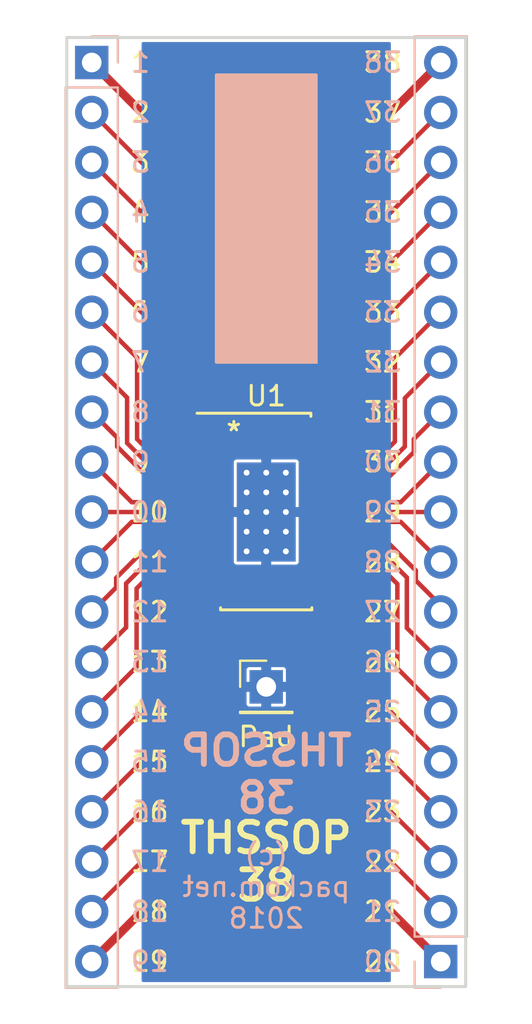
<source format=kicad_pcb>
(kicad_pcb (version 20171130) (host pcbnew "(5.0.0)")

  (general
    (thickness 1.6)
    (drawings 87)
    (tracks 162)
    (zones 0)
    (modules 4)
    (nets 40)
  )

  (page A4)
  (layers
    (0 F.Cu signal)
    (31 B.Cu signal)
    (32 B.Adhes user)
    (33 F.Adhes user)
    (34 B.Paste user)
    (35 F.Paste user)
    (36 B.SilkS user)
    (37 F.SilkS user)
    (38 B.Mask user)
    (39 F.Mask user)
    (40 Dwgs.User user)
    (41 Cmts.User user)
    (42 Eco1.User user)
    (43 Eco2.User user)
    (44 Edge.Cuts user)
    (45 Margin user)
    (46 B.CrtYd user)
    (47 F.CrtYd user)
    (48 B.Fab user)
    (49 F.Fab user)
  )

  (setup
    (last_trace_width 0.2286)
    (trace_clearance 0.228575)
    (zone_clearance 0.152375)
    (zone_45_only no)
    (trace_min 0.1524)
    (segment_width 0.2)
    (edge_width 0.15)
    (via_size 0.6)
    (via_drill 0.3)
    (via_min_size 0.6)
    (via_min_drill 0.3)
    (uvia_size 0.3)
    (uvia_drill 0.1)
    (uvias_allowed no)
    (uvia_min_size 0.2)
    (uvia_min_drill 0.1)
    (pcb_text_width 0.3)
    (pcb_text_size 1.5 1.5)
    (mod_edge_width 0.15)
    (mod_text_size 1 1)
    (mod_text_width 0.15)
    (pad_size 1.524 1.524)
    (pad_drill 0.762)
    (pad_to_mask_clearance 0.2)
    (aux_axis_origin 0 0)
    (visible_elements FFFFFF7F)
    (pcbplotparams
      (layerselection 0x010fc_ffffffff)
      (usegerberextensions false)
      (usegerberattributes false)
      (usegerberadvancedattributes false)
      (creategerberjobfile false)
      (excludeedgelayer true)
      (linewidth 0.100000)
      (plotframeref false)
      (viasonmask false)
      (mode 1)
      (useauxorigin false)
      (hpglpennumber 1)
      (hpglpenspeed 20)
      (hpglpendiameter 15.000000)
      (psnegative false)
      (psa4output false)
      (plotreference true)
      (plotvalue true)
      (plotinvisibletext false)
      (padsonsilk false)
      (subtractmaskfromsilk false)
      (outputformat 1)
      (mirror false)
      (drillshape 1)
      (scaleselection 1)
      (outputdirectory ""))
  )

  (net 0 "")
  (net 1 "Net-(J1-Pad19)")
  (net 2 "Net-(J1-Pad18)")
  (net 3 "Net-(J1-Pad17)")
  (net 4 "Net-(J1-Pad16)")
  (net 5 "Net-(J1-Pad15)")
  (net 6 "Net-(J1-Pad14)")
  (net 7 "Net-(J1-Pad13)")
  (net 8 "Net-(J1-Pad12)")
  (net 9 "Net-(J1-Pad11)")
  (net 10 "Net-(J1-Pad10)")
  (net 11 "Net-(J1-Pad9)")
  (net 12 "Net-(J1-Pad8)")
  (net 13 "Net-(J1-Pad7)")
  (net 14 "Net-(J1-Pad6)")
  (net 15 "Net-(J1-Pad5)")
  (net 16 "Net-(J1-Pad4)")
  (net 17 "Net-(J1-Pad3)")
  (net 18 "Net-(J1-Pad2)")
  (net 19 "Net-(J1-Pad1)")
  (net 20 "Net-(J2-Pad1)")
  (net 21 "Net-(J2-Pad2)")
  (net 22 "Net-(J2-Pad3)")
  (net 23 "Net-(J2-Pad4)")
  (net 24 "Net-(J2-Pad5)")
  (net 25 "Net-(J2-Pad6)")
  (net 26 "Net-(J2-Pad7)")
  (net 27 "Net-(J2-Pad8)")
  (net 28 "Net-(J2-Pad9)")
  (net 29 "Net-(J2-Pad10)")
  (net 30 "Net-(J2-Pad11)")
  (net 31 "Net-(J2-Pad12)")
  (net 32 "Net-(J2-Pad13)")
  (net 33 "Net-(J2-Pad14)")
  (net 34 "Net-(J2-Pad15)")
  (net 35 "Net-(J2-Pad16)")
  (net 36 "Net-(J2-Pad17)")
  (net 37 "Net-(J2-Pad18)")
  (net 38 "Net-(J2-Pad19)")
  (net 39 "Net-(J3-Pad1)")

  (net_class Default "This is the default net class."
    (clearance 0.228575)
    (trace_width 0.2286)
    (via_dia 0.6)
    (via_drill 0.3)
    (uvia_dia 0.3)
    (uvia_drill 0.1)
    (add_net "Net-(J1-Pad10)")
    (add_net "Net-(J1-Pad11)")
    (add_net "Net-(J1-Pad12)")
    (add_net "Net-(J1-Pad13)")
    (add_net "Net-(J1-Pad14)")
    (add_net "Net-(J1-Pad15)")
    (add_net "Net-(J1-Pad16)")
    (add_net "Net-(J1-Pad17)")
    (add_net "Net-(J1-Pad18)")
    (add_net "Net-(J1-Pad2)")
    (add_net "Net-(J1-Pad3)")
    (add_net "Net-(J1-Pad4)")
    (add_net "Net-(J1-Pad5)")
    (add_net "Net-(J1-Pad6)")
    (add_net "Net-(J1-Pad7)")
    (add_net "Net-(J1-Pad8)")
    (add_net "Net-(J1-Pad9)")
    (add_net "Net-(J2-Pad10)")
    (add_net "Net-(J2-Pad11)")
    (add_net "Net-(J2-Pad12)")
    (add_net "Net-(J2-Pad13)")
    (add_net "Net-(J2-Pad14)")
    (add_net "Net-(J2-Pad15)")
    (add_net "Net-(J2-Pad16)")
    (add_net "Net-(J2-Pad17)")
    (add_net "Net-(J2-Pad18)")
    (add_net "Net-(J2-Pad2)")
    (add_net "Net-(J2-Pad3)")
    (add_net "Net-(J2-Pad4)")
    (add_net "Net-(J2-Pad5)")
    (add_net "Net-(J2-Pad6)")
    (add_net "Net-(J2-Pad7)")
    (add_net "Net-(J2-Pad8)")
    (add_net "Net-(J2-Pad9)")
  )

  (net_class "High Power" ""
    (clearance 0.228575)
    (trace_width 0.4318)
    (via_dia 0.6)
    (via_drill 0.3)
    (uvia_dia 0.3)
    (uvia_drill 0.1)
    (add_net "Net-(J1-Pad1)")
    (add_net "Net-(J1-Pad19)")
    (add_net "Net-(J2-Pad1)")
    (add_net "Net-(J2-Pad19)")
  )

  (net_class Pad39 ""
    (clearance 0.228575)
    (trace_width 0.508)
    (via_dia 0.6)
    (via_drill 0.3)
    (uvia_dia 0.3)
    (uvia_drill 0.1)
    (add_net "Net-(J3-Pad1)")
  )

  (module Pin_Headers:Pin_Header_Straight_1x19_Pitch2.54mm (layer B.Cu) (tedit 5BA66716) (tstamp 5BA6634B)
    (at 91.44 57.15 180)
    (descr "Through hole straight pin header, 1x19, 2.54mm pitch, single row")
    (tags "Through hole pin header THT 1x19 2.54mm single row")
    (path /5BA65C13)
    (fp_text reference J1 (at 0 2.33 180) (layer B.SilkS) hide
      (effects (font (size 1 1) (thickness 0.15)) (justify mirror))
    )
    (fp_text value Conn_01x19 (at 0 -48.05 180) (layer B.Fab)
      (effects (font (size 1 1) (thickness 0.15)) (justify mirror))
    )
    (fp_text user %R (at 0 -22.86 90) (layer B.Fab)
      (effects (font (size 1 1) (thickness 0.15)) (justify mirror))
    )
    (fp_line (start 1.8 1.8) (end -1.8 1.8) (layer B.CrtYd) (width 0.05))
    (fp_line (start 1.8 -47.5) (end 1.8 1.8) (layer B.CrtYd) (width 0.05))
    (fp_line (start -1.8 -47.5) (end 1.8 -47.5) (layer B.CrtYd) (width 0.05))
    (fp_line (start -1.8 1.8) (end -1.8 -47.5) (layer B.CrtYd) (width 0.05))
    (fp_line (start -1.33 1.33) (end 0 1.33) (layer B.SilkS) (width 0.12))
    (fp_line (start -1.33 0) (end -1.33 1.33) (layer B.SilkS) (width 0.12))
    (fp_line (start -1.33 -1.27) (end 1.33 -1.27) (layer B.SilkS) (width 0.12))
    (fp_line (start 1.33 -1.27) (end 1.33 -47.05) (layer B.SilkS) (width 0.12))
    (fp_line (start -1.33 -1.27) (end -1.33 -47.05) (layer B.SilkS) (width 0.12))
    (fp_line (start -1.33 -47.05) (end 1.33 -47.05) (layer B.SilkS) (width 0.12))
    (fp_line (start -1.27 0.635) (end -0.635 1.27) (layer B.Fab) (width 0.1))
    (fp_line (start -1.27 -46.99) (end -1.27 0.635) (layer B.Fab) (width 0.1))
    (fp_line (start 1.27 -46.99) (end -1.27 -46.99) (layer B.Fab) (width 0.1))
    (fp_line (start 1.27 1.27) (end 1.27 -46.99) (layer B.Fab) (width 0.1))
    (fp_line (start -0.635 1.27) (end 1.27 1.27) (layer B.Fab) (width 0.1))
    (pad 19 thru_hole oval (at 0 -45.72 180) (size 1.7 1.7) (drill 1) (layers *.Cu *.Mask)
      (net 1 "Net-(J1-Pad19)"))
    (pad 18 thru_hole oval (at 0 -43.18 180) (size 1.7 1.7) (drill 1) (layers *.Cu *.Mask)
      (net 2 "Net-(J1-Pad18)"))
    (pad 17 thru_hole oval (at 0 -40.64 180) (size 1.7 1.7) (drill 1) (layers *.Cu *.Mask)
      (net 3 "Net-(J1-Pad17)"))
    (pad 16 thru_hole oval (at 0 -38.1 180) (size 1.7 1.7) (drill 1) (layers *.Cu *.Mask)
      (net 4 "Net-(J1-Pad16)"))
    (pad 15 thru_hole oval (at 0 -35.56 180) (size 1.7 1.7) (drill 1) (layers *.Cu *.Mask)
      (net 5 "Net-(J1-Pad15)"))
    (pad 14 thru_hole oval (at 0 -33.02 180) (size 1.7 1.7) (drill 1) (layers *.Cu *.Mask)
      (net 6 "Net-(J1-Pad14)"))
    (pad 13 thru_hole oval (at 0 -30.48 180) (size 1.7 1.7) (drill 1) (layers *.Cu *.Mask)
      (net 7 "Net-(J1-Pad13)"))
    (pad 12 thru_hole oval (at 0 -27.94 180) (size 1.7 1.7) (drill 1) (layers *.Cu *.Mask)
      (net 8 "Net-(J1-Pad12)"))
    (pad 11 thru_hole oval (at 0 -25.4 180) (size 1.7 1.7) (drill 1) (layers *.Cu *.Mask)
      (net 9 "Net-(J1-Pad11)"))
    (pad 10 thru_hole oval (at 0 -22.86 180) (size 1.7 1.7) (drill 1) (layers *.Cu *.Mask)
      (net 10 "Net-(J1-Pad10)"))
    (pad 9 thru_hole oval (at 0 -20.32 180) (size 1.7 1.7) (drill 1) (layers *.Cu *.Mask)
      (net 11 "Net-(J1-Pad9)"))
    (pad 8 thru_hole oval (at 0 -17.78 180) (size 1.7 1.7) (drill 1) (layers *.Cu *.Mask)
      (net 12 "Net-(J1-Pad8)"))
    (pad 7 thru_hole oval (at 0 -15.24 180) (size 1.7 1.7) (drill 1) (layers *.Cu *.Mask)
      (net 13 "Net-(J1-Pad7)"))
    (pad 6 thru_hole oval (at 0 -12.7 180) (size 1.7 1.7) (drill 1) (layers *.Cu *.Mask)
      (net 14 "Net-(J1-Pad6)"))
    (pad 5 thru_hole oval (at 0 -10.16 180) (size 1.7 1.7) (drill 1) (layers *.Cu *.Mask)
      (net 15 "Net-(J1-Pad5)"))
    (pad 4 thru_hole oval (at 0 -7.62 180) (size 1.7 1.7) (drill 1) (layers *.Cu *.Mask)
      (net 16 "Net-(J1-Pad4)"))
    (pad 3 thru_hole oval (at 0 -5.08 180) (size 1.7 1.7) (drill 1) (layers *.Cu *.Mask)
      (net 17 "Net-(J1-Pad3)"))
    (pad 2 thru_hole oval (at 0 -2.54 180) (size 1.7 1.7) (drill 1) (layers *.Cu *.Mask)
      (net 18 "Net-(J1-Pad2)"))
    (pad 1 thru_hole rect (at 0 0 180) (size 1.7 1.7) (drill 1) (layers *.Cu *.Mask)
      (net 19 "Net-(J1-Pad1)"))
    (model ${KISYS3DMOD}/Pin_Headers.3dshapes/Pin_Header_Straight_1x19_Pitch2.54mm.wrl
      (at (xyz 0 0 0))
      (scale (xyz 1 1 1))
      (rotate (xyz 0 0 0))
    )
  )

  (module Pin_Headers:Pin_Header_Straight_1x19_Pitch2.54mm (layer B.Cu) (tedit 5BA6671D) (tstamp 5BA66372)
    (at 109.22 102.87)
    (descr "Through hole straight pin header, 1x19, 2.54mm pitch, single row")
    (tags "Through hole pin header THT 1x19 2.54mm single row")
    (path /5BA65C8F)
    (fp_text reference J2 (at 0 2.33) (layer B.SilkS) hide
      (effects (font (size 1 1) (thickness 0.15)) (justify mirror))
    )
    (fp_text value Conn_01x19 (at 0 -48.05) (layer B.Fab)
      (effects (font (size 1 1) (thickness 0.15)) (justify mirror))
    )
    (fp_line (start -0.635 1.27) (end 1.27 1.27) (layer B.Fab) (width 0.1))
    (fp_line (start 1.27 1.27) (end 1.27 -46.99) (layer B.Fab) (width 0.1))
    (fp_line (start 1.27 -46.99) (end -1.27 -46.99) (layer B.Fab) (width 0.1))
    (fp_line (start -1.27 -46.99) (end -1.27 0.635) (layer B.Fab) (width 0.1))
    (fp_line (start -1.27 0.635) (end -0.635 1.27) (layer B.Fab) (width 0.1))
    (fp_line (start -1.33 -47.05) (end 1.33 -47.05) (layer B.SilkS) (width 0.12))
    (fp_line (start -1.33 -1.27) (end -1.33 -47.05) (layer B.SilkS) (width 0.12))
    (fp_line (start 1.33 -1.27) (end 1.33 -47.05) (layer B.SilkS) (width 0.12))
    (fp_line (start -1.33 -1.27) (end 1.33 -1.27) (layer B.SilkS) (width 0.12))
    (fp_line (start -1.33 0) (end -1.33 1.33) (layer B.SilkS) (width 0.12))
    (fp_line (start -1.33 1.33) (end 0 1.33) (layer B.SilkS) (width 0.12))
    (fp_line (start -1.8 1.8) (end -1.8 -47.5) (layer B.CrtYd) (width 0.05))
    (fp_line (start -1.8 -47.5) (end 1.8 -47.5) (layer B.CrtYd) (width 0.05))
    (fp_line (start 1.8 -47.5) (end 1.8 1.8) (layer B.CrtYd) (width 0.05))
    (fp_line (start 1.8 1.8) (end -1.8 1.8) (layer B.CrtYd) (width 0.05))
    (fp_text user %R (at 0 -22.86 -90) (layer B.Fab)
      (effects (font (size 1 1) (thickness 0.15)) (justify mirror))
    )
    (pad 1 thru_hole rect (at 0 0) (size 1.7 1.7) (drill 1) (layers *.Cu *.Mask)
      (net 20 "Net-(J2-Pad1)"))
    (pad 2 thru_hole oval (at 0 -2.54) (size 1.7 1.7) (drill 1) (layers *.Cu *.Mask)
      (net 21 "Net-(J2-Pad2)"))
    (pad 3 thru_hole oval (at 0 -5.08) (size 1.7 1.7) (drill 1) (layers *.Cu *.Mask)
      (net 22 "Net-(J2-Pad3)"))
    (pad 4 thru_hole oval (at 0 -7.62) (size 1.7 1.7) (drill 1) (layers *.Cu *.Mask)
      (net 23 "Net-(J2-Pad4)"))
    (pad 5 thru_hole oval (at 0 -10.16) (size 1.7 1.7) (drill 1) (layers *.Cu *.Mask)
      (net 24 "Net-(J2-Pad5)"))
    (pad 6 thru_hole oval (at 0 -12.7) (size 1.7 1.7) (drill 1) (layers *.Cu *.Mask)
      (net 25 "Net-(J2-Pad6)"))
    (pad 7 thru_hole oval (at 0 -15.24) (size 1.7 1.7) (drill 1) (layers *.Cu *.Mask)
      (net 26 "Net-(J2-Pad7)"))
    (pad 8 thru_hole oval (at 0 -17.78) (size 1.7 1.7) (drill 1) (layers *.Cu *.Mask)
      (net 27 "Net-(J2-Pad8)"))
    (pad 9 thru_hole oval (at 0 -20.32) (size 1.7 1.7) (drill 1) (layers *.Cu *.Mask)
      (net 28 "Net-(J2-Pad9)"))
    (pad 10 thru_hole oval (at 0 -22.86) (size 1.7 1.7) (drill 1) (layers *.Cu *.Mask)
      (net 29 "Net-(J2-Pad10)"))
    (pad 11 thru_hole oval (at 0 -25.4) (size 1.7 1.7) (drill 1) (layers *.Cu *.Mask)
      (net 30 "Net-(J2-Pad11)"))
    (pad 12 thru_hole oval (at 0 -27.94) (size 1.7 1.7) (drill 1) (layers *.Cu *.Mask)
      (net 31 "Net-(J2-Pad12)"))
    (pad 13 thru_hole oval (at 0 -30.48) (size 1.7 1.7) (drill 1) (layers *.Cu *.Mask)
      (net 32 "Net-(J2-Pad13)"))
    (pad 14 thru_hole oval (at 0 -33.02) (size 1.7 1.7) (drill 1) (layers *.Cu *.Mask)
      (net 33 "Net-(J2-Pad14)"))
    (pad 15 thru_hole oval (at 0 -35.56) (size 1.7 1.7) (drill 1) (layers *.Cu *.Mask)
      (net 34 "Net-(J2-Pad15)"))
    (pad 16 thru_hole oval (at 0 -38.1) (size 1.7 1.7) (drill 1) (layers *.Cu *.Mask)
      (net 35 "Net-(J2-Pad16)"))
    (pad 17 thru_hole oval (at 0 -40.64) (size 1.7 1.7) (drill 1) (layers *.Cu *.Mask)
      (net 36 "Net-(J2-Pad17)"))
    (pad 18 thru_hole oval (at 0 -43.18) (size 1.7 1.7) (drill 1) (layers *.Cu *.Mask)
      (net 37 "Net-(J2-Pad18)"))
    (pad 19 thru_hole oval (at 0 -45.72) (size 1.7 1.7) (drill 1) (layers *.Cu *.Mask)
      (net 38 "Net-(J2-Pad19)"))
    (model ${KISYS3DMOD}/Pin_Headers.3dshapes/Pin_Header_Straight_1x19_Pitch2.54mm.wrl
      (at (xyz 0 0 0))
      (scale (xyz 1 1 1))
      (rotate (xyz 0 0 0))
    )
  )

  (module Pin_Headers:Pin_Header_Straight_1x01_Pitch2.54mm (layer F.Cu) (tedit 5BA662AA) (tstamp 5BA66387)
    (at 100.33 88.9)
    (descr "Through hole straight pin header, 1x01, 2.54mm pitch, single row")
    (tags "Through hole pin header THT 1x01 2.54mm single row")
    (path /5BBA2724)
    (fp_text reference J3 (at 0 -2.33) (layer F.SilkS) hide
      (effects (font (size 1 1) (thickness 0.15)))
    )
    (fp_text value Conn_01x01 (at 0 2.33) (layer F.Fab)
      (effects (font (size 1 1) (thickness 0.15)))
    )
    (fp_text user %R (at 0 0 90) (layer F.Fab)
      (effects (font (size 1 1) (thickness 0.15)))
    )
    (fp_line (start 1.8 -1.8) (end -1.8 -1.8) (layer F.CrtYd) (width 0.05))
    (fp_line (start 1.8 1.8) (end 1.8 -1.8) (layer F.CrtYd) (width 0.05))
    (fp_line (start -1.8 1.8) (end 1.8 1.8) (layer F.CrtYd) (width 0.05))
    (fp_line (start -1.8 -1.8) (end -1.8 1.8) (layer F.CrtYd) (width 0.05))
    (fp_line (start -1.33 -1.33) (end 0 -1.33) (layer F.SilkS) (width 0.12))
    (fp_line (start -1.33 0) (end -1.33 -1.33) (layer F.SilkS) (width 0.12))
    (fp_line (start -1.33 1.27) (end 1.33 1.27) (layer F.SilkS) (width 0.12))
    (fp_line (start 1.33 1.27) (end 1.33 1.33) (layer F.SilkS) (width 0.12))
    (fp_line (start -1.33 1.27) (end -1.33 1.33) (layer F.SilkS) (width 0.12))
    (fp_line (start -1.33 1.33) (end 1.33 1.33) (layer F.SilkS) (width 0.12))
    (fp_line (start -1.27 -0.635) (end -0.635 -1.27) (layer F.Fab) (width 0.1))
    (fp_line (start -1.27 1.27) (end -1.27 -0.635) (layer F.Fab) (width 0.1))
    (fp_line (start 1.27 1.27) (end -1.27 1.27) (layer F.Fab) (width 0.1))
    (fp_line (start 1.27 -1.27) (end 1.27 1.27) (layer F.Fab) (width 0.1))
    (fp_line (start -0.635 -1.27) (end 1.27 -1.27) (layer F.Fab) (width 0.1))
    (pad 1 thru_hole rect (at 0 0) (size 1.7 1.7) (drill 1) (layers *.Cu *.Mask)
      (net 39 "Net-(J3-Pad1)"))
    (model ${KISYS3DMOD}/Pin_Headers.3dshapes/Pin_Header_Straight_1x01_Pitch2.54mm.wrl
      (at (xyz 0 0 0))
      (scale (xyz 1 1 1))
      (rotate (xyz 0 0 0))
    )
  )

  (module "My Footprints:HTSSOP-38_4.4x9.7mm_Pitch0.5mm" (layer F.Cu) (tedit 5BA654B6) (tstamp 5BA66779)
    (at 100.33 80.01)
    (descr "TSSOP38: plastic thin shrink small outline package; 38 leads; body width 4.4 mm (see NXP SSOP-TSSOP-VSO-REFLOW.pdf and sot510-1_po.pdf)")
    (tags "SSOP 0.5")
    (path /5BA65B79)
    (attr smd)
    (fp_text reference U1 (at 0 -5.9) (layer F.SilkS)
      (effects (font (size 1 1) (thickness 0.15)))
    )
    (fp_text value PCA9956B (at 0 5.9) (layer F.Fab)
      (effects (font (size 1 1) (thickness 0.15)))
    )
    (fp_text user %R (at -0.075 3.5) (layer F.Fab)
      (effects (font (size 0.8 0.8) (thickness 0.15)))
    )
    (fp_line (start -2.325 4.975) (end 2.325 4.975) (layer F.SilkS) (width 0.15))
    (fp_line (start -3.525 -5.025) (end 2.275 -5.025) (layer F.SilkS) (width 0.15))
    (fp_line (start -2.325 4.975) (end -2.325 4.8675) (layer F.SilkS) (width 0.15))
    (fp_line (start 2.325 4.975) (end 2.325 4.8675) (layer F.SilkS) (width 0.15))
    (fp_line (start 2.275 -4.975) (end 2.275 -4.8675) (layer F.SilkS) (width 0.15))
    (fp_line (start -3.775 5.15) (end 3.8 5.15) (layer F.CrtYd) (width 0.05))
    (fp_line (start -3.775 -5.15) (end 3.8 -5.15) (layer F.CrtYd) (width 0.05))
    (fp_line (start 3.8 -5.15) (end 3.8 5.15) (layer F.CrtYd) (width 0.05))
    (fp_line (start -3.775 -5.15) (end -3.775 5.15) (layer F.CrtYd) (width 0.05))
    (fp_line (start -2.2 -3.85) (end -1.2 -4.85) (layer F.Fab) (width 0.15))
    (fp_line (start -2.2 4.85) (end -2.2 -3.85) (layer F.Fab) (width 0.15))
    (fp_line (start 2.2 4.85) (end -2.2 4.85) (layer F.Fab) (width 0.15))
    (fp_line (start 2.2 -4.85) (end 2.2 4.85) (layer F.Fab) (width 0.15))
    (fp_line (start -1.2 -4.85) (end 2.2 -4.85) (layer F.Fab) (width 0.15))
    (pad 38 smd rect (at 3.05 -4.6) (size 1.35 0.45) (layers F.Cu F.Paste F.Mask)
      (net 38 "Net-(J2-Pad19)"))
    (pad 37 smd rect (at 3.05 -4) (size 1.35 0.25) (layers F.Cu F.Paste F.Mask)
      (net 37 "Net-(J2-Pad18)"))
    (pad 36 smd rect (at 3.05 -3.5) (size 1.35 0.25) (layers F.Cu F.Paste F.Mask)
      (net 36 "Net-(J2-Pad17)"))
    (pad 35 smd rect (at 3.05 -3) (size 1.35 0.25) (layers F.Cu F.Paste F.Mask)
      (net 35 "Net-(J2-Pad16)"))
    (pad 34 smd rect (at 3.05 -2.5) (size 1.35 0.25) (layers F.Cu F.Paste F.Mask)
      (net 34 "Net-(J2-Pad15)"))
    (pad 33 smd rect (at 3.05 -2) (size 1.35 0.25) (layers F.Cu F.Paste F.Mask)
      (net 33 "Net-(J2-Pad14)"))
    (pad 32 smd rect (at 3.05 -1.5) (size 1.35 0.25) (layers F.Cu F.Paste F.Mask)
      (net 32 "Net-(J2-Pad13)"))
    (pad 31 smd rect (at 3.05 -1) (size 1.35 0.25) (layers F.Cu F.Paste F.Mask)
      (net 31 "Net-(J2-Pad12)"))
    (pad 30 smd rect (at 3.05 -0.5) (size 1.35 0.25) (layers F.Cu F.Paste F.Mask)
      (net 30 "Net-(J2-Pad11)"))
    (pad 29 smd rect (at 3.05 0) (size 1.35 0.25) (layers F.Cu F.Paste F.Mask)
      (net 29 "Net-(J2-Pad10)"))
    (pad 28 smd rect (at 3.05 0.5) (size 1.35 0.25) (layers F.Cu F.Paste F.Mask)
      (net 28 "Net-(J2-Pad9)"))
    (pad 27 smd rect (at 3.05 1) (size 1.35 0.25) (layers F.Cu F.Paste F.Mask)
      (net 27 "Net-(J2-Pad8)"))
    (pad 26 smd rect (at 3.05 1.5) (size 1.35 0.25) (layers F.Cu F.Paste F.Mask)
      (net 26 "Net-(J2-Pad7)"))
    (pad 25 smd rect (at 3.05 2) (size 1.35 0.25) (layers F.Cu F.Paste F.Mask)
      (net 25 "Net-(J2-Pad6)"))
    (pad 24 smd rect (at 3.05 2.5) (size 1.35 0.25) (layers F.Cu F.Paste F.Mask)
      (net 24 "Net-(J2-Pad5)"))
    (pad 23 smd rect (at 3.05 3) (size 1.35 0.25) (layers F.Cu F.Paste F.Mask)
      (net 23 "Net-(J2-Pad4)"))
    (pad 22 smd rect (at 3.05 3.5) (size 1.35 0.25) (layers F.Cu F.Paste F.Mask)
      (net 22 "Net-(J2-Pad3)"))
    (pad 21 smd rect (at 3.05 4) (size 1.35 0.25) (layers F.Cu F.Paste F.Mask)
      (net 21 "Net-(J2-Pad2)"))
    (pad 20 smd rect (at 3.05 4.6) (size 1.35 0.45) (layers F.Cu F.Paste F.Mask)
      (net 20 "Net-(J2-Pad1)"))
    (pad 19 smd rect (at -3.05 4.6) (size 1.35 0.45) (layers F.Cu F.Paste F.Mask)
      (net 1 "Net-(J1-Pad19)"))
    (pad 18 smd rect (at -3.05 4) (size 1.35 0.25) (layers F.Cu F.Paste F.Mask)
      (net 2 "Net-(J1-Pad18)"))
    (pad 17 smd rect (at -3.05 3.5) (size 1.35 0.25) (layers F.Cu F.Paste F.Mask)
      (net 3 "Net-(J1-Pad17)"))
    (pad 16 smd rect (at -3.05 3) (size 1.35 0.25) (layers F.Cu F.Paste F.Mask)
      (net 4 "Net-(J1-Pad16)"))
    (pad 15 smd rect (at -3.05 2.5) (size 1.35 0.25) (layers F.Cu F.Paste F.Mask)
      (net 5 "Net-(J1-Pad15)"))
    (pad 14 smd rect (at -3.05 2) (size 1.35 0.25) (layers F.Cu F.Paste F.Mask)
      (net 6 "Net-(J1-Pad14)"))
    (pad 13 smd rect (at -3.05 1.5) (size 1.35 0.25) (layers F.Cu F.Paste F.Mask)
      (net 7 "Net-(J1-Pad13)"))
    (pad 12 smd rect (at -3.05 1) (size 1.35 0.25) (layers F.Cu F.Paste F.Mask)
      (net 8 "Net-(J1-Pad12)"))
    (pad 11 smd rect (at -3.05 0.5) (size 1.35 0.25) (layers F.Cu F.Paste F.Mask)
      (net 9 "Net-(J1-Pad11)"))
    (pad 10 smd rect (at -3.05 0) (size 1.35 0.25) (layers F.Cu F.Paste F.Mask)
      (net 10 "Net-(J1-Pad10)"))
    (pad 9 smd rect (at -3.05 -0.5) (size 1.35 0.25) (layers F.Cu F.Paste F.Mask)
      (net 11 "Net-(J1-Pad9)"))
    (pad 8 smd rect (at -3.05 -1) (size 1.35 0.25) (layers F.Cu F.Paste F.Mask)
      (net 12 "Net-(J1-Pad8)"))
    (pad 7 smd rect (at -3.05 -1.5) (size 1.35 0.25) (layers F.Cu F.Paste F.Mask)
      (net 13 "Net-(J1-Pad7)"))
    (pad 6 smd rect (at -3.05 -2) (size 1.35 0.25) (layers F.Cu F.Paste F.Mask)
      (net 14 "Net-(J1-Pad6)"))
    (pad 5 smd rect (at -3.05 -2.5) (size 1.35 0.25) (layers F.Cu F.Paste F.Mask)
      (net 15 "Net-(J1-Pad5)"))
    (pad 4 smd rect (at -3.05 -3) (size 1.35 0.25) (layers F.Cu F.Paste F.Mask)
      (net 16 "Net-(J1-Pad4)"))
    (pad 3 smd rect (at -3.05 -3.5) (size 1.35 0.25) (layers F.Cu F.Paste F.Mask)
      (net 17 "Net-(J1-Pad3)"))
    (pad 2 smd rect (at -3.05 -4) (size 1.35 0.25) (layers F.Cu F.Paste F.Mask)
      (net 18 "Net-(J1-Pad2)"))
    (pad 1 smd rect (at -3.05 -4.6) (size 1.35 0.45) (layers F.Cu F.Paste F.Mask)
      (net 19 "Net-(J1-Pad1)"))
    (pad 39 smd rect (at 0 0) (size 3 5.04) (layers F.Cu F.Paste F.Mask)
      (net 39 "Net-(J3-Pad1)"))
    (pad 39 thru_hole circle (at -1 2) (size 0.6 0.6) (drill 0.3) (layers *.Cu *.Mask)
      (net 39 "Net-(J3-Pad1)"))
    (pad 39 thru_hole circle (at 0 2) (size 0.6 0.6) (drill 0.3) (layers *.Cu *.Mask)
      (net 39 "Net-(J3-Pad1)"))
    (pad 39 thru_hole circle (at 1 2) (size 0.6 0.6) (drill 0.3) (layers *.Cu *.Mask)
      (net 39 "Net-(J3-Pad1)"))
    (pad 39 thru_hole circle (at -1 1) (size 0.6 0.6) (drill 0.3) (layers *.Cu *.Mask)
      (net 39 "Net-(J3-Pad1)"))
    (pad 39 thru_hole circle (at 0 1) (size 0.6 0.6) (drill 0.3) (layers *.Cu *.Mask)
      (net 39 "Net-(J3-Pad1)"))
    (pad 39 thru_hole circle (at 1 1) (size 0.6 0.6) (drill 0.3) (layers *.Cu *.Mask)
      (net 39 "Net-(J3-Pad1)"))
    (pad 39 thru_hole circle (at 1 0) (size 0.6 0.6) (drill 0.3) (layers *.Cu *.Mask)
      (net 39 "Net-(J3-Pad1)"))
    (pad 39 thru_hole circle (at 0 0) (size 0.6 0.6) (drill 0.3) (layers *.Cu *.Mask)
      (net 39 "Net-(J3-Pad1)"))
    (pad 39 thru_hole circle (at -1 0) (size 0.6 0.6) (drill 0.3) (layers *.Cu *.Mask)
      (net 39 "Net-(J3-Pad1)"))
    (pad 39 thru_hole circle (at 1 -1) (size 0.6 0.6) (drill 0.3) (layers *.Cu *.Mask)
      (net 39 "Net-(J3-Pad1)"))
    (pad 39 thru_hole circle (at -1 -1) (size 0.6 0.6) (drill 0.3) (layers *.Cu *.Mask)
      (net 39 "Net-(J3-Pad1)"))
    (pad 39 thru_hole circle (at 0 -1) (size 0.6 0.6) (drill 0.3) (layers *.Cu *.Mask)
      (net 39 "Net-(J3-Pad1)"))
    (pad 39 thru_hole circle (at -1 -2) (size 0.6 0.6) (drill 0.3) (layers *.Cu *.Mask)
      (net 39 "Net-(J3-Pad1)"))
    (pad 39 thru_hole circle (at 1 -2) (size 0.6 0.6) (drill 0.3) (layers *.Cu *.Mask)
      (net 39 "Net-(J3-Pad1)"))
    (pad 39 thru_hole circle (at 0 -2) (size 0.6 0.6) (drill 0.3) (layers *.Cu *.Mask)
      (net 39 "Net-(J3-Pad1)"))
    (pad 39 smd rect (at 0 0) (size 3 5.04) (layers B.Cu F.Paste F.Mask)
      (net 39 "Net-(J3-Pad1)"))
    (model ${KISYS3DMOD}/Housings_SSOP.3dshapes/TSSOP-38_4.4x9.7mm_Pitch0.5mm.wrl
      (at (xyz 0 0 0))
      (scale (xyz 1 1 1))
      (rotate (xyz 0 0 0))
    )
  )

  (gr_text "(c)\npackom.net\n2018" (at 100.33 99.06) (layer B.SilkS) (tstamp 5BA66C9F)
    (effects (font (size 1 1) (thickness 0.15)) (justify mirror))
  )
  (gr_text "THSSOP\n38" (at 100.33 93.345) (layer B.SilkS) (tstamp 5BA66C9B)
    (effects (font (size 1.5 1.5) (thickness 0.3)) (justify mirror))
  )
  (gr_text 37 (at 107.315 59.69) (layer B.SilkS) (tstamp 5BA66C24)
    (effects (font (size 1 1) (thickness 0.15)) (justify left mirror))
  )
  (gr_text 38 (at 107.315 57.15) (layer B.SilkS) (tstamp 5BA66C23)
    (effects (font (size 1 1) (thickness 0.15)) (justify left mirror))
  )
  (gr_text 36 (at 107.315 62.23) (layer B.SilkS) (tstamp 5BA66C22)
    (effects (font (size 1 1) (thickness 0.15)) (justify left mirror))
  )
  (gr_text 35 (at 107.315 64.77) (layer B.SilkS) (tstamp 5BA66C21)
    (effects (font (size 1 1) (thickness 0.15)) (justify left mirror))
  )
  (gr_text 32 (at 107.315 72.39) (layer B.SilkS) (tstamp 5BA66C1B)
    (effects (font (size 1 1) (thickness 0.15)) (justify left mirror))
  )
  (gr_text 34 (at 107.315 67.31) (layer B.SilkS) (tstamp 5BA66C1A)
    (effects (font (size 1 1) (thickness 0.15)) (justify left mirror))
  )
  (gr_text 31 (at 107.315 74.93) (layer B.SilkS) (tstamp 5BA66C19)
    (effects (font (size 1 1) (thickness 0.15)) (justify left mirror))
  )
  (gr_text 30 (at 107.315 77.47) (layer B.SilkS) (tstamp 5BA66C18)
    (effects (font (size 1 1) (thickness 0.15)) (justify left mirror))
  )
  (gr_text 33 (at 107.315 69.85) (layer B.SilkS) (tstamp 5BA66C17)
    (effects (font (size 1 1) (thickness 0.15)) (justify left mirror))
  )
  (gr_text 25 (at 107.315 90.17) (layer B.SilkS) (tstamp 5BA66C11)
    (effects (font (size 1 1) (thickness 0.15)) (justify left mirror))
  )
  (gr_text 29 (at 107.315 80.01) (layer B.SilkS) (tstamp 5BA66C10)
    (effects (font (size 1 1) (thickness 0.15)) (justify left mirror))
  )
  (gr_text 27 (at 107.315 85.09) (layer B.SilkS) (tstamp 5BA66C0F)
    (effects (font (size 1 1) (thickness 0.15)) (justify left mirror))
  )
  (gr_text 26 (at 107.315 87.63) (layer B.SilkS) (tstamp 5BA66C0E)
    (effects (font (size 1 1) (thickness 0.15)) (justify left mirror))
  )
  (gr_text 28 (at 107.315 82.55) (layer B.SilkS) (tstamp 5BA66C0D)
    (effects (font (size 1 1) (thickness 0.15)) (justify left mirror))
  )
  (gr_text 24 (at 107.315 92.71) (layer B.SilkS) (tstamp 5BA66C05)
    (effects (font (size 1 1) (thickness 0.15)) (justify left mirror))
  )
  (gr_text 23 (at 107.315 95.25) (layer B.SilkS) (tstamp 5BA66C01)
    (effects (font (size 1 1) (thickness 0.15)) (justify left mirror))
  )
  (gr_text 22 (at 107.315 97.79) (layer B.SilkS) (tstamp 5BA66BFD)
    (effects (font (size 1 1) (thickness 0.15)) (justify left mirror))
  )
  (gr_text 21 (at 107.315 100.33) (layer B.SilkS) (tstamp 5BA66BF9)
    (effects (font (size 1 1) (thickness 0.15)) (justify left mirror))
  )
  (gr_text 20 (at 107.315 102.87) (layer B.SilkS) (tstamp 5BA66BF1)
    (effects (font (size 1 1) (thickness 0.15)) (justify left mirror))
  )
  (gr_text 19 (at 93.345 102.87) (layer B.SilkS) (tstamp 5BA66BCC)
    (effects (font (size 1 1) (thickness 0.15)) (justify right mirror))
  )
  (gr_text 16 (at 93.345 95.25) (layer B.SilkS) (tstamp 5BA66BCB)
    (effects (font (size 1 1) (thickness 0.15)) (justify right mirror))
  )
  (gr_text 17 (at 93.345 97.79) (layer B.SilkS) (tstamp 5BA66BCA)
    (effects (font (size 1 1) (thickness 0.15)) (justify right mirror))
  )
  (gr_text 18 (at 93.345 100.33) (layer B.SilkS) (tstamp 5BA66BC9)
    (effects (font (size 1 1) (thickness 0.15)) (justify right mirror))
  )
  (gr_text 14 (at 93.345 90.17) (layer B.SilkS) (tstamp 5BA66BBD)
    (effects (font (size 1 1) (thickness 0.15)) (justify right mirror))
  )
  (gr_text 11 (at 93.345 82.55) (layer B.SilkS) (tstamp 5BA66BBC)
    (effects (font (size 1 1) (thickness 0.15)) (justify right mirror))
  )
  (gr_text 12 (at 93.345 85.09) (layer B.SilkS) (tstamp 5BA66BBB)
    (effects (font (size 1 1) (thickness 0.15)) (justify right mirror))
  )
  (gr_text 13 (at 93.345 87.63) (layer B.SilkS) (tstamp 5BA66BBA)
    (effects (font (size 1 1) (thickness 0.15)) (justify right mirror))
  )
  (gr_text 15 (at 93.345 92.71) (layer B.SilkS) (tstamp 5BA66BB9)
    (effects (font (size 1 1) (thickness 0.15)) (justify right mirror))
  )
  (gr_text 6 (at 93.345 69.85) (layer B.SilkS) (tstamp 5BA66BB3)
    (effects (font (size 1 1) (thickness 0.15)) (justify right mirror))
  )
  (gr_text 7 (at 93.345 72.39) (layer B.SilkS) (tstamp 5BA66BB2)
    (effects (font (size 1 1) (thickness 0.15)) (justify right mirror))
  )
  (gr_text 8 (at 93.345 74.93) (layer B.SilkS) (tstamp 5BA66BB1)
    (effects (font (size 1 1) (thickness 0.15)) (justify right mirror))
  )
  (gr_text 9 (at 93.345 77.47) (layer B.SilkS) (tstamp 5BA66BB0)
    (effects (font (size 1 1) (thickness 0.15)) (justify right mirror))
  )
  (gr_text 10 (at 93.345 80.01) (layer B.SilkS) (tstamp 5BA66BAF)
    (effects (font (size 1 1) (thickness 0.15)) (justify right mirror))
  )
  (gr_text 5 (at 93.345 67.31) (layer B.SilkS) (tstamp 5BA66B9A)
    (effects (font (size 1 1) (thickness 0.15)) (justify right mirror))
  )
  (gr_text 4 (at 93.345 64.77) (layer B.SilkS) (tstamp 5BA66B96)
    (effects (font (size 1 1) (thickness 0.15)) (justify right mirror))
  )
  (gr_text 3 (at 93.345 62.23) (layer B.SilkS) (tstamp 5BA66B92)
    (effects (font (size 1 1) (thickness 0.15)) (justify right mirror))
  )
  (gr_text 2 (at 93.345 59.69) (layer B.SilkS) (tstamp 5BA66B8A)
    (effects (font (size 1 1) (thickness 0.15)) (justify right mirror))
  )
  (gr_text 1 (at 93.345 57.15) (layer B.SilkS) (tstamp 5BA66B77)
    (effects (font (size 1 1) (thickness 0.15)) (justify right mirror))
  )
  (gr_poly (pts (xy 97.79 72.39) (xy 102.87 72.39) (xy 102.87 57.785) (xy 97.79 57.785) (xy 97.79 59.055)) (layer B.SilkS) (width 0.15) (tstamp 5BA66B6B))
  (gr_text "THSSOP\n38" (at 100.33 97.79) (layer F.SilkS) (tstamp 5BA66B46)
    (effects (font (size 1.5 1.5) (thickness 0.3)))
  )
  (gr_text 35 (at 107.315 64.77) (layer F.SilkS) (tstamp 5BA66B20)
    (effects (font (size 1 1) (thickness 0.15)) (justify right))
  )
  (gr_text 38 (at 107.315 57.15) (layer F.SilkS) (tstamp 5BA66B1F)
    (effects (font (size 1 1) (thickness 0.15)) (justify right))
  )
  (gr_text 36 (at 107.315 62.23) (layer F.SilkS) (tstamp 5BA66B1E)
    (effects (font (size 1 1) (thickness 0.15)) (justify right))
  )
  (gr_text 37 (at 107.315 59.69) (layer F.SilkS) (tstamp 5BA66B1D)
    (effects (font (size 1 1) (thickness 0.15)) (justify right))
  )
  (gr_text 34 (at 107.315 67.31) (layer F.SilkS) (tstamp 5BA66B16)
    (effects (font (size 1 1) (thickness 0.15)) (justify right))
  )
  (gr_text 33 (at 107.315 69.85) (layer F.SilkS) (tstamp 5BA66B15)
    (effects (font (size 1 1) (thickness 0.15)) (justify right))
  )
  (gr_text 31 (at 107.315 74.93) (layer F.SilkS) (tstamp 5BA66B14)
    (effects (font (size 1 1) (thickness 0.15)) (justify right))
  )
  (gr_text 32 (at 107.315 72.39) (layer F.SilkS) (tstamp 5BA66B13)
    (effects (font (size 1 1) (thickness 0.15)) (justify right))
  )
  (gr_text 30 (at 107.315 77.47) (layer F.SilkS) (tstamp 5BA66B12)
    (effects (font (size 1 1) (thickness 0.15)) (justify right))
  )
  (gr_text 29 (at 107.315 80.01) (layer F.SilkS) (tstamp 5BA66B0C)
    (effects (font (size 1 1) (thickness 0.15)) (justify right))
  )
  (gr_text 28 (at 107.315 82.55) (layer F.SilkS) (tstamp 5BA66B0B)
    (effects (font (size 1 1) (thickness 0.15)) (justify right))
  )
  (gr_text 26 (at 107.315 87.63) (layer F.SilkS) (tstamp 5BA66B0A)
    (effects (font (size 1 1) (thickness 0.15)) (justify right))
  )
  (gr_text 27 (at 107.315 85.09) (layer F.SilkS) (tstamp 5BA66B09)
    (effects (font (size 1 1) (thickness 0.15)) (justify right))
  )
  (gr_text 25 (at 107.315 90.17) (layer F.SilkS) (tstamp 5BA66B08)
    (effects (font (size 1 1) (thickness 0.15)) (justify right))
  )
  (gr_text 24 (at 107.315 92.71) (layer F.SilkS) (tstamp 5BA66B00)
    (effects (font (size 1 1) (thickness 0.15)) (justify right))
  )
  (gr_text 23 (at 107.315 95.25) (layer F.SilkS) (tstamp 5BA66AFC)
    (effects (font (size 1 1) (thickness 0.15)) (justify right))
  )
  (gr_text 22 (at 107.315 97.79) (layer F.SilkS) (tstamp 5BA66AF8)
    (effects (font (size 1 1) (thickness 0.15)) (justify right))
  )
  (gr_text 21 (at 107.315 100.33) (layer F.SilkS) (tstamp 5BA66AF4)
    (effects (font (size 1 1) (thickness 0.15)) (justify right))
  )
  (gr_text 20 (at 107.315 102.87) (layer F.SilkS) (tstamp 5BA66AEC)
    (effects (font (size 1 1) (thickness 0.15)) (justify right))
  )
  (gr_text 15 (at 93.345 92.71) (layer F.SilkS) (tstamp 5BA66ACF)
    (effects (font (size 1 1) (thickness 0.15)) (justify left))
  )
  (gr_text 12 (at 93.345 85.09) (layer F.SilkS) (tstamp 5BA66ACE)
    (effects (font (size 1 1) (thickness 0.15)) (justify left))
  )
  (gr_text 13 (at 93.345 87.63) (layer F.SilkS) (tstamp 5BA66ACD)
    (effects (font (size 1 1) (thickness 0.15)) (justify left))
  )
  (gr_text 17 (at 93.345 97.79) (layer F.SilkS) (tstamp 5BA66ACC)
    (effects (font (size 1 1) (thickness 0.15)) (justify left))
  )
  (gr_text 18 (at 93.345 100.33) (layer F.SilkS) (tstamp 5BA66ACB)
    (effects (font (size 1 1) (thickness 0.15)) (justify left))
  )
  (gr_text 16 (at 93.345 95.25) (layer F.SilkS) (tstamp 5BA66ACA)
    (effects (font (size 1 1) (thickness 0.15)) (justify left))
  )
  (gr_text 11 (at 93.345 82.55) (layer F.SilkS) (tstamp 5BA66AC9)
    (effects (font (size 1 1) (thickness 0.15)) (justify left))
  )
  (gr_text 14 (at 93.345 90.17) (layer F.SilkS) (tstamp 5BA66AC8)
    (effects (font (size 1 1) (thickness 0.15)) (justify left))
  )
  (gr_text 19 (at 93.345 102.87) (layer F.SilkS) (tstamp 5BA66AC7)
    (effects (font (size 1 1) (thickness 0.15)) (justify left))
  )
  (gr_text 10 (at 93.345 80.01) (layer F.SilkS) (tstamp 5BA66AB5)
    (effects (font (size 1 1) (thickness 0.15)) (justify left))
  )
  (gr_text 9 (at 93.345 77.47) (layer F.SilkS) (tstamp 5BA66AB1)
    (effects (font (size 1 1) (thickness 0.15)) (justify left))
  )
  (gr_text 8 (at 93.345 74.93) (layer F.SilkS) (tstamp 5BA66AAD)
    (effects (font (size 1 1) (thickness 0.15)) (justify left))
  )
  (gr_text 7 (at 93.345 72.39) (layer F.SilkS) (tstamp 5BA66AA8)
    (effects (font (size 1 1) (thickness 0.15)) (justify left))
  )
  (gr_text 6 (at 93.345 69.85) (layer F.SilkS) (tstamp 5BA66AA4)
    (effects (font (size 1 1) (thickness 0.15)) (justify left))
  )
  (gr_text 5 (at 93.345 67.31) (layer F.SilkS) (tstamp 5BA66AA0)
    (effects (font (size 1 1) (thickness 0.15)) (justify left))
  )
  (gr_text 4 (at 93.345 64.77) (layer F.SilkS) (tstamp 5BA66A9C)
    (effects (font (size 1 1) (thickness 0.15)) (justify left))
  )
  (gr_text 3 (at 93.345 62.23) (layer F.SilkS) (tstamp 5BA66A98)
    (effects (font (size 1 1) (thickness 0.15)) (justify left))
  )
  (gr_text 2 (at 93.345 59.69) (layer F.SilkS) (tstamp 5BA66B87)
    (effects (font (size 1 1) (thickness 0.15)) (justify left))
  )
  (gr_text 1 (at 93.345 57.15) (layer F.SilkS) (tstamp 5BA66A8D)
    (effects (font (size 1 1) (thickness 0.15)) (justify left))
  )
  (gr_text * (at 98.679 75.946) (layer F.SilkS) (tstamp 5BA66A83)
    (effects (font (size 1 1) (thickness 0.15)))
  )
  (gr_line (start 90.17 104.14) (end 90.17 55.88) (layer Edge.Cuts) (width 0.15))
  (gr_line (start 110.49 104.14) (end 90.17 104.14) (layer Edge.Cuts) (width 0.15))
  (gr_line (start 110.49 55.88) (end 110.49 104.14) (layer Edge.Cuts) (width 0.15))
  (gr_line (start 90.17 55.88) (end 110.49 55.88) (layer Edge.Cuts) (width 0.15) (tstamp 5BA66D7A))
  (gr_poly (pts (xy 97.79 57.785) (xy 102.87 57.785) (xy 102.87 72.39) (xy 97.79 72.39) (xy 97.79 71.12)) (layer F.SilkS) (width 0.15))
  (gr_text Pad (at 100.33 91.44) (layer F.SilkS)
    (effects (font (size 1 1) (thickness 0.15)))
  )

  (segment (start 97.28 97.03) (end 97.28 84.61) (width 0.4318) (layer F.Cu) (net 1))
  (segment (start 91.44 102.87) (end 97.28 97.03) (width 0.4318) (layer F.Cu) (net 1))
  (segment (start 95.7326 96.0374) (end 92.289999 99.480001) (width 0.2286) (layer F.Cu) (net 2))
  (segment (start 92.289999 99.480001) (end 91.44 100.33) (width 0.2286) (layer F.Cu) (net 2))
  (segment (start 95.7326 84.669758) (end 95.7326 96.0374) (width 0.2286) (layer F.Cu) (net 2))
  (segment (start 97.28 84.01) (end 96.392358 84.01) (width 0.2286) (layer F.Cu) (net 2))
  (segment (start 96.392358 84.01) (end 95.7326 84.669758) (width 0.2286) (layer F.Cu) (net 2))
  (segment (start 92.289999 96.940001) (end 91.44 97.79) (width 0.2286) (layer F.Cu) (net 3))
  (segment (start 95.2754 93.9546) (end 92.289999 96.940001) (width 0.2286) (layer F.Cu) (net 3))
  (segment (start 95.2754 84.4804) (end 95.2754 93.9546) (width 0.2286) (layer F.Cu) (net 3))
  (segment (start 97.28 83.51) (end 96.2458 83.51) (width 0.2286) (layer F.Cu) (net 3))
  (segment (start 96.2458 83.51) (end 95.2754 84.4804) (width 0.2286) (layer F.Cu) (net 3))
  (segment (start 92.289999 94.400001) (end 91.44 95.25) (width 0.2286) (layer F.Cu) (net 4))
  (segment (start 94.742 91.948) (end 92.289999 94.400001) (width 0.2286) (layer F.Cu) (net 4))
  (segment (start 94.742 84.3534) (end 94.742 91.948) (width 0.2286) (layer F.Cu) (net 4))
  (segment (start 97.28 83.01) (end 96.0854 83.01) (width 0.2286) (layer F.Cu) (net 4))
  (segment (start 96.0854 83.01) (end 94.742 84.3534) (width 0.2286) (layer F.Cu) (net 4))
  (segment (start 92.289999 91.860001) (end 91.44 92.71) (width 0.2286) (layer F.Cu) (net 5))
  (segment (start 94.2594 89.8906) (end 92.289999 91.860001) (width 0.2286) (layer F.Cu) (net 5))
  (segment (start 94.2594 84.0994) (end 94.2594 89.8906) (width 0.2286) (layer F.Cu) (net 5))
  (segment (start 97.28 82.51) (end 95.8488 82.51) (width 0.2286) (layer F.Cu) (net 5))
  (segment (start 95.8488 82.51) (end 94.2594 84.0994) (width 0.2286) (layer F.Cu) (net 5))
  (segment (start 92.289999 89.320001) (end 91.44 90.17) (width 0.2286) (layer F.Cu) (net 6))
  (segment (start 93.726 87.884) (end 92.289999 89.320001) (width 0.2286) (layer F.Cu) (net 6))
  (segment (start 93.726 83.8962) (end 93.726 87.884) (width 0.2286) (layer F.Cu) (net 6))
  (segment (start 97.28 82.01) (end 95.6122 82.01) (width 0.2286) (layer F.Cu) (net 6))
  (segment (start 95.6122 82.01) (end 93.726 83.8962) (width 0.2286) (layer F.Cu) (net 6))
  (segment (start 92.289999 86.780001) (end 91.44 87.63) (width 0.2286) (layer F.Cu) (net 7))
  (segment (start 93.1926 85.8774) (end 92.289999 86.780001) (width 0.2286) (layer F.Cu) (net 7))
  (segment (start 93.1926 83.6422) (end 93.1926 85.8774) (width 0.2286) (layer F.Cu) (net 7))
  (segment (start 97.28 81.51) (end 95.3248 81.51) (width 0.2286) (layer F.Cu) (net 7))
  (segment (start 95.3248 81.51) (end 93.1926 83.6422) (width 0.2286) (layer F.Cu) (net 7))
  (segment (start 91.44 84.9376) (end 91.44 85.09) (width 0.2286) (layer F.Cu) (net 8))
  (segment (start 92.6592 83.8708) (end 91.44 85.09) (width 0.2286) (layer F.Cu) (net 8))
  (segment (start 92.6846 83.8708) (end 92.6592 83.8708) (width 0.2286) (layer F.Cu) (net 8))
  (segment (start 92.6846 83.3628) (end 92.6846 83.8708) (width 0.2286) (layer F.Cu) (net 8))
  (segment (start 97.28 81.01) (end 95.0374 81.01) (width 0.2286) (layer F.Cu) (net 8))
  (segment (start 95.0374 81.01) (end 92.6846 83.3628) (width 0.2286) (layer F.Cu) (net 8))
  (segment (start 93.48 80.51) (end 91.44 82.55) (width 0.2286) (layer F.Cu) (net 9))
  (segment (start 97.28 80.51) (end 93.48 80.51) (width 0.2286) (layer F.Cu) (net 9))
  (segment (start 97.28 80.01) (end 91.44 80.01) (width 0.2286) (layer F.Cu) (net 10))
  (segment (start 93.48 79.51) (end 91.44 77.47) (width 0.2286) (layer F.Cu) (net 11))
  (segment (start 97.28 79.51) (end 93.48 79.51) (width 0.2286) (layer F.Cu) (net 11))
  (segment (start 92.289999 75.779999) (end 91.44 74.93) (width 0.2286) (layer F.Cu) (net 12))
  (segment (start 92.7354 76.2254) (end 92.289999 75.779999) (width 0.2286) (layer F.Cu) (net 12))
  (segment (start 92.7354 76.6826) (end 92.7354 76.2254) (width 0.2286) (layer F.Cu) (net 12))
  (segment (start 97.28 79.01) (end 95.0628 79.01) (width 0.2286) (layer F.Cu) (net 12))
  (segment (start 95.0628 79.01) (end 92.7354 76.6826) (width 0.2286) (layer F.Cu) (net 12))
  (segment (start 92.289999 73.239999) (end 91.44 72.39) (width 0.2286) (layer F.Cu) (net 13))
  (segment (start 93.2434 74.1934) (end 92.289999 73.239999) (width 0.2286) (layer F.Cu) (net 13))
  (segment (start 93.2434 76.5048) (end 93.2434 74.1934) (width 0.2286) (layer F.Cu) (net 13))
  (segment (start 97.28 78.51) (end 95.2486 78.51) (width 0.2286) (layer F.Cu) (net 13))
  (segment (start 95.2486 78.51) (end 93.2434 76.5048) (width 0.2286) (layer F.Cu) (net 13))
  (segment (start 92.289999 70.699999) (end 91.44 69.85) (width 0.2286) (layer F.Cu) (net 14))
  (segment (start 93.7514 72.1614) (end 92.289999 70.699999) (width 0.2286) (layer F.Cu) (net 14))
  (segment (start 93.7514 76.3016) (end 93.7514 72.1614) (width 0.2286) (layer F.Cu) (net 14))
  (segment (start 97.28 78.01) (end 95.4598 78.01) (width 0.2286) (layer F.Cu) (net 14))
  (segment (start 95.4598 78.01) (end 93.7514 76.3016) (width 0.2286) (layer F.Cu) (net 14))
  (segment (start 92.289999 68.159999) (end 91.44 67.31) (width 0.2286) (layer F.Cu) (net 15))
  (segment (start 94.2594 70.1294) (end 92.289999 68.159999) (width 0.2286) (layer F.Cu) (net 15))
  (segment (start 94.2594 76.073) (end 94.2594 70.1294) (width 0.2286) (layer F.Cu) (net 15))
  (segment (start 97.28 77.51) (end 95.6964 77.51) (width 0.2286) (layer F.Cu) (net 15))
  (segment (start 95.6964 77.51) (end 94.2594 76.073) (width 0.2286) (layer F.Cu) (net 15))
  (segment (start 94.7674 68.0974) (end 92.289999 65.619999) (width 0.2286) (layer F.Cu) (net 16))
  (segment (start 95.933 77.01) (end 94.7674 75.8444) (width 0.2286) (layer F.Cu) (net 16))
  (segment (start 94.7674 75.8444) (end 94.7674 68.0974) (width 0.2286) (layer F.Cu) (net 16))
  (segment (start 97.28 77.01) (end 95.933 77.01) (width 0.2286) (layer F.Cu) (net 16))
  (segment (start 92.289999 65.619999) (end 91.44 64.77) (width 0.2286) (layer F.Cu) (net 16))
  (segment (start 92.289999 63.079999) (end 91.44 62.23) (width 0.2286) (layer F.Cu) (net 17))
  (segment (start 95.2754 66.0654) (end 92.289999 63.079999) (width 0.2286) (layer F.Cu) (net 17))
  (segment (start 95.2754 75.6158) (end 95.2754 66.0654) (width 0.2286) (layer F.Cu) (net 17))
  (segment (start 97.28 76.51) (end 96.1696 76.51) (width 0.2286) (layer F.Cu) (net 17))
  (segment (start 96.1696 76.51) (end 95.2754 75.6158) (width 0.2286) (layer F.Cu) (net 17))
  (segment (start 95.7834 64.0334) (end 91.44 59.69) (width 0.2286) (layer F.Cu) (net 18))
  (segment (start 95.7834 75.4126) (end 95.7834 64.0334) (width 0.2286) (layer F.Cu) (net 18))
  (segment (start 97.28 76.01) (end 96.3808 76.01) (width 0.2286) (layer F.Cu) (net 18))
  (segment (start 96.3808 76.01) (end 95.7834 75.4126) (width 0.2286) (layer F.Cu) (net 18))
  (segment (start 97.28 62.99) (end 91.44 57.15) (width 0.4318) (layer F.Cu) (net 19))
  (segment (start 97.28 75.41) (end 97.28 62.99) (width 0.4318) (layer F.Cu) (net 19))
  (segment (start 103.38 85.2668) (end 103.38 84.61) (width 0.4318) (layer F.Cu) (net 20))
  (segment (start 109.22 102.87) (end 103.38 97.03) (width 0.4318) (layer F.Cu) (net 20))
  (segment (start 103.38 97.03) (end 103.38 85.2668) (width 0.4318) (layer F.Cu) (net 20))
  (segment (start 105.1306 96.2406) (end 109.22 100.33) (width 0.2286) (layer F.Cu) (net 21))
  (segment (start 105.1306 84.7344) (end 105.1306 96.2406) (width 0.2286) (layer F.Cu) (net 21))
  (segment (start 104.4194 84.0232) (end 105.1306 84.7344) (width 0.2286) (layer F.Cu) (net 21))
  (segment (start 104.2968 84.0232) (end 104.4194 84.0232) (width 0.2286) (layer F.Cu) (net 21))
  (segment (start 103.38 84.01) (end 104.2836 84.01) (width 0.2286) (layer F.Cu) (net 21))
  (segment (start 104.2836 84.01) (end 104.2968 84.0232) (width 0.2286) (layer F.Cu) (net 21))
  (segment (start 105.5878 94.1578) (end 109.22 97.79) (width 0.2286) (layer F.Cu) (net 22))
  (segment (start 105.5878 84.5058) (end 105.5878 94.1578) (width 0.2286) (layer F.Cu) (net 22))
  (segment (start 104.5972 83.5152) (end 105.5878 84.5058) (width 0.2286) (layer F.Cu) (net 22))
  (segment (start 104.2888 83.5152) (end 104.5972 83.5152) (width 0.2286) (layer F.Cu) (net 22))
  (segment (start 103.38 83.51) (end 104.2836 83.51) (width 0.2286) (layer F.Cu) (net 22))
  (segment (start 104.2836 83.51) (end 104.2888 83.5152) (width 0.2286) (layer F.Cu) (net 22))
  (segment (start 108.370001 94.400001) (end 109.22 95.25) (width 0.2286) (layer F.Cu) (net 23))
  (segment (start 106.044986 92.074986) (end 108.370001 94.400001) (width 0.2286) (layer F.Cu) (net 23))
  (segment (start 106.044986 84.175586) (end 106.044986 92.074986) (width 0.2286) (layer F.Cu) (net 23))
  (segment (start 103.38 83.01) (end 104.8794 83.01) (width 0.2286) (layer F.Cu) (net 23))
  (segment (start 104.8794 83.01) (end 106.044986 84.175586) (width 0.2286) (layer F.Cu) (net 23))
  (segment (start 106.5276 90.0176) (end 109.22 92.71) (width 0.2286) (layer F.Cu) (net 24))
  (segment (start 106.5276 83.8962) (end 106.5276 90.0176) (width 0.2286) (layer F.Cu) (net 24))
  (segment (start 103.38 82.51) (end 105.1414 82.51) (width 0.2286) (layer F.Cu) (net 24))
  (segment (start 105.1414 82.51) (end 106.5276 83.8962) (width 0.2286) (layer F.Cu) (net 24))
  (segment (start 107.0102 87.9602) (end 109.22 90.17) (width 0.2286) (layer F.Cu) (net 25))
  (segment (start 107.0102 83.6676) (end 107.0102 87.9602) (width 0.2286) (layer F.Cu) (net 25))
  (segment (start 105.3592 82.0166) (end 107.0102 83.6676) (width 0.2286) (layer F.Cu) (net 25))
  (segment (start 104.2902 82.0166) (end 105.3592 82.0166) (width 0.2286) (layer F.Cu) (net 25))
  (segment (start 103.38 82.01) (end 104.2836 82.01) (width 0.2286) (layer F.Cu) (net 25))
  (segment (start 104.2836 82.01) (end 104.2902 82.0166) (width 0.2286) (layer F.Cu) (net 25))
  (segment (start 107.4928 85.9028) (end 109.22 87.63) (width 0.2286) (layer F.Cu) (net 26))
  (segment (start 107.4928 83.3374) (end 107.4928 85.9028) (width 0.2286) (layer F.Cu) (net 26))
  (segment (start 103.38 81.51) (end 105.6654 81.51) (width 0.2286) (layer F.Cu) (net 26))
  (segment (start 105.6654 81.51) (end 107.4928 83.3374) (width 0.2286) (layer F.Cu) (net 26))
  (segment (start 109.22 84.7598) (end 109.22 85.09) (width 0.2286) (layer F.Cu) (net 27))
  (segment (start 107.95 83.4898) (end 109.22 84.7598) (width 0.2286) (layer F.Cu) (net 27))
  (segment (start 107.95 82.9818) (end 107.95 83.4898) (width 0.2286) (layer F.Cu) (net 27))
  (segment (start 103.38 81.01) (end 105.9782 81.01) (width 0.2286) (layer F.Cu) (net 27))
  (segment (start 105.9782 81.01) (end 107.95 82.9818) (width 0.2286) (layer F.Cu) (net 27))
  (segment (start 107.18 80.51) (end 109.22 82.55) (width 0.2286) (layer F.Cu) (net 28))
  (segment (start 103.38 80.51) (end 107.18 80.51) (width 0.2286) (layer F.Cu) (net 28))
  (segment (start 103.38 80.01) (end 109.22 80.01) (width 0.2286) (layer F.Cu) (net 29))
  (segment (start 107.18 79.51) (end 109.22 77.47) (width 0.2286) (layer F.Cu) (net 30))
  (segment (start 103.38 79.51) (end 107.18 79.51) (width 0.2286) (layer F.Cu) (net 30))
  (segment (start 107.8484 76.3016) (end 109.22 74.93) (width 0.2286) (layer F.Cu) (net 31))
  (segment (start 107.8484 76.962) (end 107.8484 76.3016) (width 0.2286) (layer F.Cu) (net 31))
  (segment (start 103.38 79.01) (end 105.8004 79.01) (width 0.2286) (layer F.Cu) (net 31))
  (segment (start 105.8004 79.01) (end 107.8484 76.962) (width 0.2286) (layer F.Cu) (net 31))
  (segment (start 107.3912 74.2188) (end 109.22 72.39) (width 0.2286) (layer F.Cu) (net 32))
  (segment (start 107.3912 76.6826) (end 107.3912 74.2188) (width 0.2286) (layer F.Cu) (net 32))
  (segment (start 103.38 78.51) (end 105.5638 78.51) (width 0.2286) (layer F.Cu) (net 32))
  (segment (start 105.5638 78.51) (end 107.3912 76.6826) (width 0.2286) (layer F.Cu) (net 32))
  (segment (start 106.8832 72.1868) (end 109.22 69.85) (width 0.2286) (layer F.Cu) (net 33))
  (segment (start 106.8832 76.4286) (end 106.8832 72.1868) (width 0.2286) (layer F.Cu) (net 33))
  (segment (start 105.3084 78.0034) (end 106.8832 76.4286) (width 0.2286) (layer F.Cu) (net 33))
  (segment (start 104.2902 78.0034) (end 105.3084 78.0034) (width 0.2286) (layer F.Cu) (net 33))
  (segment (start 103.38 78.01) (end 104.2836 78.01) (width 0.2286) (layer F.Cu) (net 33))
  (segment (start 104.2836 78.01) (end 104.2902 78.0034) (width 0.2286) (layer F.Cu) (net 33))
  (segment (start 106.426 70.104) (end 109.22 67.31) (width 0.2286) (layer F.Cu) (net 34))
  (segment (start 106.426 76.1238) (end 106.426 70.104) (width 0.2286) (layer F.Cu) (net 34))
  (segment (start 105.029 77.5208) (end 106.426 76.1238) (width 0.2286) (layer F.Cu) (net 34))
  (segment (start 104.2944 77.5208) (end 105.029 77.5208) (width 0.2286) (layer F.Cu) (net 34))
  (segment (start 103.38 77.51) (end 104.2836 77.51) (width 0.2286) (layer F.Cu) (net 34))
  (segment (start 104.2836 77.51) (end 104.2944 77.5208) (width 0.2286) (layer F.Cu) (net 34))
  (segment (start 108.370001 65.619999) (end 109.22 64.77) (width 0.2286) (layer F.Cu) (net 35))
  (segment (start 105.943371 68.046629) (end 108.370001 65.619999) (width 0.2286) (layer F.Cu) (net 35))
  (segment (start 105.943371 75.895229) (end 105.943371 68.046629) (width 0.2286) (layer F.Cu) (net 35))
  (segment (start 103.38 77.01) (end 104.8286 77.01) (width 0.2286) (layer F.Cu) (net 35))
  (segment (start 104.8286 77.01) (end 105.943371 75.895229) (width 0.2286) (layer F.Cu) (net 35))
  (segment (start 108.370001 63.079999) (end 109.22 62.23) (width 0.2286) (layer F.Cu) (net 36))
  (segment (start 105.486186 65.963814) (end 108.370001 63.079999) (width 0.2286) (layer F.Cu) (net 36))
  (segment (start 105.486186 75.615814) (end 105.486186 65.963814) (width 0.2286) (layer F.Cu) (net 36))
  (segment (start 103.38 76.51) (end 104.592 76.51) (width 0.2286) (layer F.Cu) (net 36))
  (segment (start 104.592 76.51) (end 105.486186 75.615814) (width 0.2286) (layer F.Cu) (net 36))
  (segment (start 105.029 63.881) (end 109.22 59.69) (width 0.2286) (layer F.Cu) (net 37))
  (segment (start 105.029 75.3618) (end 105.029 63.881) (width 0.2286) (layer F.Cu) (net 37))
  (segment (start 104.3686 76.0222) (end 105.029 75.3618) (width 0.2286) (layer F.Cu) (net 37))
  (segment (start 104.2958 76.0222) (end 104.3686 76.0222) (width 0.2286) (layer F.Cu) (net 37))
  (segment (start 103.38 76.01) (end 104.2836 76.01) (width 0.2286) (layer F.Cu) (net 37))
  (segment (start 104.2836 76.01) (end 104.2958 76.0222) (width 0.2286) (layer F.Cu) (net 37))
  (segment (start 103.38 62.99) (end 103.38 75.41) (width 0.4318) (layer F.Cu) (net 38))
  (segment (start 109.22 57.15) (end 103.38 62.99) (width 0.4318) (layer F.Cu) (net 38))
  (segment (start 100.33 88.9) (end 100.33 80.01) (width 0.508) (layer B.Cu) (net 39))

  (zone (net 39) (net_name "Net-(J3-Pad1)") (layer B.Cu) (tstamp 0) (hatch edge 0.508)
    (connect_pads (clearance 0.152375))
    (min_thickness 0.1524)
    (fill yes (arc_segments 16) (thermal_gap 0.1524) (thermal_bridge_width 0.508))
    (polygon
      (pts
        (xy 93.98 104.14) (xy 106.68 104.14) (xy 106.68 55.88) (xy 93.98 55.88)
      )
    )
    (filled_polygon
      (pts
        (xy 106.6038 103.836425) (xy 94.0562 103.836425) (xy 94.0562 89.13495) (xy 99.2514 89.13495) (xy 99.2514 89.795472)
        (xy 99.286203 89.879492) (xy 99.350509 89.943798) (xy 99.434529 89.9786) (xy 100.09505 89.9786) (xy 100.1522 89.92145)
        (xy 100.1522 89.0778) (xy 100.5078 89.0778) (xy 100.5078 89.92145) (xy 100.56495 89.9786) (xy 101.225471 89.9786)
        (xy 101.309491 89.943798) (xy 101.373797 89.879492) (xy 101.4086 89.795472) (xy 101.4086 89.13495) (xy 101.35145 89.0778)
        (xy 100.5078 89.0778) (xy 100.1522 89.0778) (xy 99.30855 89.0778) (xy 99.2514 89.13495) (xy 94.0562 89.13495)
        (xy 94.0562 88.004528) (xy 99.2514 88.004528) (xy 99.2514 88.66505) (xy 99.30855 88.7222) (xy 100.1522 88.7222)
        (xy 100.1522 87.87855) (xy 100.5078 87.87855) (xy 100.5078 88.7222) (xy 101.35145 88.7222) (xy 101.4086 88.66505)
        (xy 101.4086 88.004528) (xy 101.373797 87.920508) (xy 101.309491 87.856202) (xy 101.225471 87.8214) (xy 100.56495 87.8214)
        (xy 100.5078 87.87855) (xy 100.1522 87.87855) (xy 100.09505 87.8214) (xy 99.434529 87.8214) (xy 99.350509 87.856202)
        (xy 99.286203 87.920508) (xy 99.2514 88.004528) (xy 94.0562 88.004528) (xy 94.0562 77.444528) (xy 98.6014 77.444528)
        (xy 98.6014 79.77505) (xy 98.65855 79.8322) (xy 98.822261 79.8322) (xy 98.791624 80.035009) (xy 98.822016 80.1878)
        (xy 98.65855 80.1878) (xy 98.6014 80.24495) (xy 98.6014 82.575472) (xy 98.636203 82.659492) (xy 98.700509 82.723798)
        (xy 98.784529 82.7586) (xy 100.09505 82.7586) (xy 100.1522 82.70145) (xy 100.1522 82.517739) (xy 100.355009 82.548376)
        (xy 100.5078 82.517984) (xy 100.5078 82.70145) (xy 100.56495 82.7586) (xy 101.875471 82.7586) (xy 101.959491 82.723798)
        (xy 102.023797 82.659492) (xy 102.0586 82.575472) (xy 102.0586 80.24495) (xy 102.00145 80.1878) (xy 101.837739 80.1878)
        (xy 101.868376 79.984991) (xy 101.837984 79.8322) (xy 102.00145 79.8322) (xy 102.0586 79.77505) (xy 102.0586 77.444528)
        (xy 102.023797 77.360508) (xy 101.959491 77.296202) (xy 101.875471 77.2614) (xy 100.56495 77.2614) (xy 100.5078 77.31855)
        (xy 100.5078 77.502261) (xy 100.304991 77.471624) (xy 100.1522 77.502016) (xy 100.1522 77.31855) (xy 100.09505 77.2614)
        (xy 98.784529 77.2614) (xy 98.700509 77.296202) (xy 98.636203 77.360508) (xy 98.6014 77.444528) (xy 94.0562 77.444528)
        (xy 94.0562 56.183575) (xy 106.6038 56.183575)
      )
    )
    (filled_polygon
      (pts
        (xy 100.5078 81.908068) (xy 100.5078 82.111932) (xy 100.3638 82.255932) (xy 100.33 82.222132) (xy 100.2962 82.255932)
        (xy 100.1522 82.111932) (xy 100.1522 81.908068) (xy 100.2962 81.764068) (xy 100.33 81.797868) (xy 100.3638 81.764068)
      )
    )
    (filled_polygon
      (pts
        (xy 100.5078 80.908068) (xy 100.5078 81.111932) (xy 100.3638 81.255932) (xy 100.33 81.222132) (xy 100.2962 81.255932)
        (xy 100.1522 81.111932) (xy 100.1522 80.908068) (xy 100.2962 80.764068) (xy 100.33 80.797868) (xy 100.3638 80.764068)
      )
    )
    (filled_polygon
      (pts
        (xy 100.575932 79.9762) (xy 100.542132 80.01) (xy 100.575932 80.0438) (xy 100.3638 80.255932) (xy 100.33 80.222132)
        (xy 100.2962 80.255932) (xy 100.084068 80.0438) (xy 100.117868 80.01) (xy 100.084068 79.9762) (xy 100.2962 79.764068)
        (xy 100.33 79.797868) (xy 100.3638 79.764068)
      )
    )
    (filled_polygon
      (pts
        (xy 99.575932 79.9762) (xy 99.542132 80.01) (xy 99.575932 80.0438) (xy 99.431932 80.1878) (xy 99.228068 80.1878)
        (xy 99.084068 80.0438) (xy 99.117868 80.01) (xy 99.084068 79.9762) (xy 99.228068 79.8322) (xy 99.431932 79.8322)
      )
    )
    (filled_polygon
      (pts
        (xy 101.575932 79.9762) (xy 101.542132 80.01) (xy 101.575932 80.0438) (xy 101.431932 80.1878) (xy 101.228068 80.1878)
        (xy 101.084068 80.0438) (xy 101.117868 80.01) (xy 101.084068 79.9762) (xy 101.228068 79.8322) (xy 101.431932 79.8322)
      )
    )
    (filled_polygon
      (pts
        (xy 100.5078 78.908068) (xy 100.5078 79.111932) (xy 100.3638 79.255932) (xy 100.33 79.222132) (xy 100.2962 79.255932)
        (xy 100.1522 79.111932) (xy 100.1522 78.908068) (xy 100.2962 78.764068) (xy 100.33 78.797868) (xy 100.3638 78.764068)
      )
    )
    (filled_polygon
      (pts
        (xy 100.5078 77.908068) (xy 100.5078 78.111932) (xy 100.3638 78.255932) (xy 100.33 78.222132) (xy 100.2962 78.255932)
        (xy 100.1522 78.111932) (xy 100.1522 77.908068) (xy 100.2962 77.764068) (xy 100.33 77.797868) (xy 100.3638 77.764068)
      )
    )
  )
)

</source>
